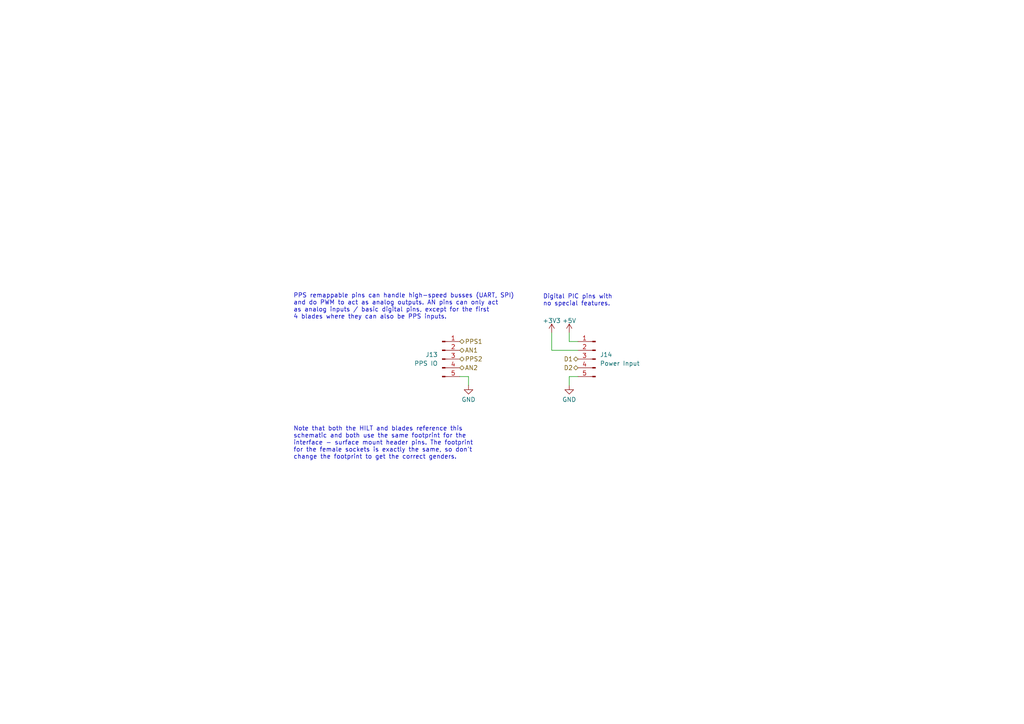
<source format=kicad_sch>
(kicad_sch (version 20230121) (generator eeschema)
  (paper "A4")
  (lib_symbols
    (symbol "Connector:Conn_01x05_Pin" (pin_names (offset 1.016) hide)
      (property "Reference" "J" (at 0 7.62 0))
      (property "Value" "Conn_01x05_Pin" (at 0 -7.62 0))
      (symbol "Conn_01x05_Pin_1_1"
        (polyline (pts (xy 1.27 -5.08) (xy 0.8636 -5.08)) (stroke (width 0.1524)))
        (polyline (pts (xy 1.27 -2.54) (xy 0.8636 -2.54)) (stroke (width 0.1524)))
        (polyline (pts (xy 1.27 0) (xy 0.8636 0)) (stroke (width 0.1524)))
        (polyline (pts (xy 1.27 2.54) (xy 0.8636 2.54)) (stroke (width 0.1524)))
        (polyline (pts (xy 1.27 5.08) (xy 0.8636 5.08)) (stroke (width 0.1524)))
        (rectangle (start 0.8636 -4.953) (end 0 -5.207) (stroke (width 0.1524)) (fill (type outline)))
        (rectangle (start 0.8636 -2.413) (end 0 -2.667) (stroke (width 0.1524)) (fill (type outline)))
        (rectangle (start 0.8636 0.127) (end 0 -0.127) (stroke (width 0.1524)) (fill (type outline)))
        (rectangle (start 0.8636 2.667) (end 0 2.413) (stroke (width 0.1524)) (fill (type outline)))
        (rectangle (start 0.8636 5.207) (end 0 4.953) (stroke (width 0.1524)) (fill (type outline)))
        (pin passive line (at 5.08 5.08 180) (length 3.81) (name "Pin_1") (number "1"))
        (pin passive line (at 5.08 2.54 180) (length 3.81) (name "Pin_2") (number "2"))
        (pin passive line (at 5.08 0 180) (length 3.81) (name "Pin_3") (number "3"))
        (pin passive line (at 5.08 -2.54 180) (length 3.81) (name "Pin_4") (number "4"))
        (pin passive line (at 5.08 -5.08 180) (length 3.81) (name "Pin_5") (number "5"))
      )
    )
    (symbol "power:+3V3" (power) (pin_names (offset 0))
      (property "Value" "+3V3" (at 0 3.556 0))
      (symbol "+3V3_0_1"
        (polyline (pts (xy -0.762 1.27) (xy 0 2.54)))
        (polyline (pts (xy 0 0) (xy 0 2.54)))
        (polyline (pts (xy 0 2.54) (xy 0.762 1.27)))
      )
      (symbol "+3V3_1_1"
        (pin power_in line (at 0 0 90) (length 0) hide (name "+3V3") (number "1"))
      )
    )
    (symbol "power:+5V" (power) (pin_names (offset 0))
      (property "Value" "+5V" (at 0 3.556 0))
      (symbol "+5V_0_1"
        (polyline (pts (xy -0.762 1.27) (xy 0 2.54)))
        (polyline (pts (xy 0 0) (xy 0 2.54)))
        (polyline (pts (xy 0 2.54) (xy 0.762 1.27)))
      )
      (symbol "+5V_1_1"
        (pin power_in line (at 0 0 90) (length 0) hide (name "+5V") (number "1"))
      )
    )
    (symbol "power:GND" (power) (pin_names (offset 0))
      (property "Value" "GND" (at 0 -3.81 0))
      (symbol "GND_0_1"
        (polyline (pts (xy 0 0) (xy 0 -1.27) (xy 1.27 -1.27) (xy 0 -2.54) (xy -1.27 -1.27) (xy 0 -1.27)))
      )
      (symbol "GND_1_1"
        (pin power_in line (at 0 0 270) (length 0) hide (name "GND") (number "1"))
      )
    )
  )
  (wire (pts (xy 165.1 109.22) (xy 167.64 109.22)))
  (wire (pts (xy 135.89 109.22) (xy 133.35 109.22)))
  (wire (pts (xy 165.1 111.76) (xy 165.1 109.22)))
  (wire (pts (xy 165.1 99.06) (xy 167.64 99.06)))
  (wire (pts (xy 165.1 96.52) (xy 165.1 99.06)))
  (wire (pts (xy 135.89 111.76) (xy 135.89 109.22)))
  (wire (pts (xy 167.64 101.6) (xy 160.02 101.6)))
  (wire (pts (xy 160.02 101.6) (xy 160.02 96.52)))
  (text "Digital PIC pins with\nno special features." (at 157.48 88.9 0) (effects (font (size 1.27 1.27)) (justify left bottom)))
  (text "PPS remappable pins can handle high-speed busses (UART, SPI)\nand do PWM to act as analog outputs. AN pins can only act\nas analog inputs / basic digital pins, except for the first\n4 blades where they can also be PPS inputs." (at 85.09 92.71 0) (effects (font (size 1.27 1.27)) (justify left bottom)))
  (text "Note that both the HILT and blades reference this\nschematic and both use the same footprint for the\ninterface - surface mount header pins. The footprint\nfor the female sockets is exactly the same, so don't\nchange the footprint to get the correct genders." (at 85.09 133.35 0) (effects (font (size 1.27 1.27)) (justify left bottom)))
  (hierarchical_label "PPS1" (shape bidirectional) (at 133.35 99.06 0))
  (hierarchical_label "AN2" (shape bidirectional) (at 133.35 106.68 0))
  (hierarchical_label "AN1" (shape bidirectional) (at 133.35 101.6 0))
  (hierarchical_label "D1" (shape bidirectional) (at 167.64 104.14 180))
  (hierarchical_label "D2" (shape bidirectional) (at 167.64 106.68 180))
  (hierarchical_label "PPS2" (shape bidirectional) (at 133.35 104.14 0))
  (symbol (lib_id "power:GND") (at 165.1 111.76 0) (unit 1)
    (property "Reference" "#PWR038" (effects hide))
    (property "Value" "GND" (at 165.1 115.8955 0))
    (instances (project "hil" (path "" (reference "#PWR038") (unit 1)) (path "" (reference "#PWR042") (unit 1)) (path "" (reference "#PWR046") (unit 1)) (path "" (reference "#PWR050") (unit 1)) (path "" (reference "#PWR054") (unit 1)) (path "" (reference "#PWR058") (unit 1)) (path "" (reference "#PWR062") (unit 1)) (path "" (reference "#PWR066") (unit 1)) (path "" (reference "#PWR070") (unit 1)) (path "" (reference "#PWR074") (unit 1))) (project "analog_input" (path "" (reference "#PWR010") (unit 1)) (path "" (reference "#PWR012") (unit 1))) (project "output" (path "" (reference "#PWR018") (unit 1))) (project "mio" (path "" (reference "#PWR03") (unit 1)) (path "" (reference "#PWR0108") (unit 1))))
  )
  (symbol (lib_id "power:+3V3") (at 160.02 96.52 0) (unit 1)
    (property "Reference" "#PWR036" (effects hide))
    (property "Value" "+3V3" (at 160.02 93.0181 0))
    (instances (project "hil" (path "" (reference "#PWR036") (unit 1)) (path "" (reference "#PWR040") (unit 1)) (path "" (reference "#PWR044") (unit 1)) (path "" (reference "#PWR048") (unit 1)) (path "" (reference "#PWR052") (unit 1)) (path "" (reference "#PWR056") (unit 1)) (path "" (reference "#PWR060") (unit 1)) (path "" (reference "#PWR064") (unit 1)) (path "" (reference "#PWR068") (unit 1)) (path "" (reference "#PWR072") (unit 1))) (project "analog_input" (path "" (reference "#PWR010") (unit 1))) (project "output" (path "" (reference "#PWR016") (unit 1))))
  )
  (symbol (lib_id "power:+5V") (at 165.1 96.52 0) (unit 1)
    (property "Reference" "#PWR037" (effects hide))
    (property "Value" "+5V" (at 165.1 93.0181 0))
    (instances (project "hil" (path "" (reference "#PWR037") (unit 1)) (path "" (reference "#PWR041") (unit 1)) (path "" (reference "#PWR045") (unit 1)) (path "" (reference "#PWR049") (unit 1)) (path "" (reference "#PWR053") (unit 1)) (path "" (reference "#PWR057") (unit 1)) (path "" (reference "#PWR061") (unit 1)) (path "" (reference "#PWR065") (unit 1)) (path "" (reference "#PWR069") (unit 1)) (path "" (reference "#PWR073") (unit 1))) (project "analog_input" (path "" (reference "#PWR011") (unit 1))) (project "output" (path "" (reference "#PWR017") (unit 1))))
  )
  (symbol (lib_id "Connector:Conn_01x05_Pin") (at 172.72 104.14 0) (mirror y) (unit 1)
    (property "Reference" "J14" (at 173.99 102.87 0) (effects (justify right)))
    (property "Value" "Power Input" (at 173.99 105.41 0) (effects (justify right)))
    (property "Footprint" "Connector_PinHeader_2.54mm:PinHeader_1x05_P2.54mm_Vertical_SMD_Pin1Left" (effects hide))
    (instances (project "hil" (path "" (reference "J14") (unit 1)) (path "" (reference "J16") (unit 1)) (path "" (reference "J18") (unit 1)) (path "" (reference "J20") (unit 1)) (path "" (reference "J22") (unit 1)) (path "" (reference "J24") (unit 1)) (path "" (reference "J26") (unit 1)) (path "" (reference "J28") (unit 1)) (path "" (reference "J30") (unit 1)) (path "" (reference "J32") (unit 1))) (project "analog_input" (path "" (reference "J4") (unit 1)) (path "" (reference "J4") (unit 1))) (project "output" (path "" (reference "J2") (unit 1))))
  )
  (symbol (lib_id "Connector:Conn_01x05_Pin") (at 128.27 104.14 0) (unit 1)
    (property "Reference" "J13" (at 127 102.87 0) (effects (justify right)))
    (property "Value" "PPS IO" (at 127 105.41 0) (effects (justify right)))
    (property "Footprint" "Connector_PinHeader_2.54mm:PinHeader_1x05_P2.54mm_Vertical_SMD_Pin1Left" (effects hide))
    (instances (project "hil" (path "" (reference "J13") (unit 1)) (path "" (reference "J15") (unit 1)) (path "" (reference "J17") (unit 1)) (path "" (reference "J19") (unit 1)) (path "" (reference "J21") (unit 1)) (path "" (reference "J23") (unit 1)) (path "" (reference "J25") (unit 1)) (path "" (reference "J27") (unit 1)) (path "" (reference "J29") (unit 1)) (path "" (reference "J31") (unit 1))) (project "analog_input" (path "" (reference "J4") (unit 1)) (path "" (reference "J3") (unit 1))) (project "output" (path "" (reference "J1") (unit 1))))
  )
  (symbol (lib_id "power:GND") (at 135.89 111.76 0) (mirror y) (unit 1)
    (property "Reference" "#PWR035" (effects hide))
    (property "Value" "GND" (at 135.89 115.8955 0))
    (instances (project "hil" (path "" (reference "#PWR035") (unit 1)) (path "" (reference "#PWR039") (unit 1)) (path "" (reference "#PWR043") (unit 1)) (path "" (reference "#PWR047") (unit 1)) (path "" (reference "#PWR051") (unit 1)) (path "" (reference "#PWR055") (unit 1)) (path "" (reference "#PWR059") (unit 1)) (path "" (reference "#PWR063") (unit 1)) (path "" (reference "#PWR067") (unit 1)) (path "" (reference "#PWR071") (unit 1))) (project "analog_input" (path "" (reference "#PWR010") (unit 1)) (path "" (reference "#PWR09") (unit 1))) (project "output" (path "" (reference "#PWR015") (unit 1))) (project "mio" (path "" (reference "#PWR03") (unit 1)) (path "" (reference "#PWR0108") (unit 1))))
  )
)
</source>
